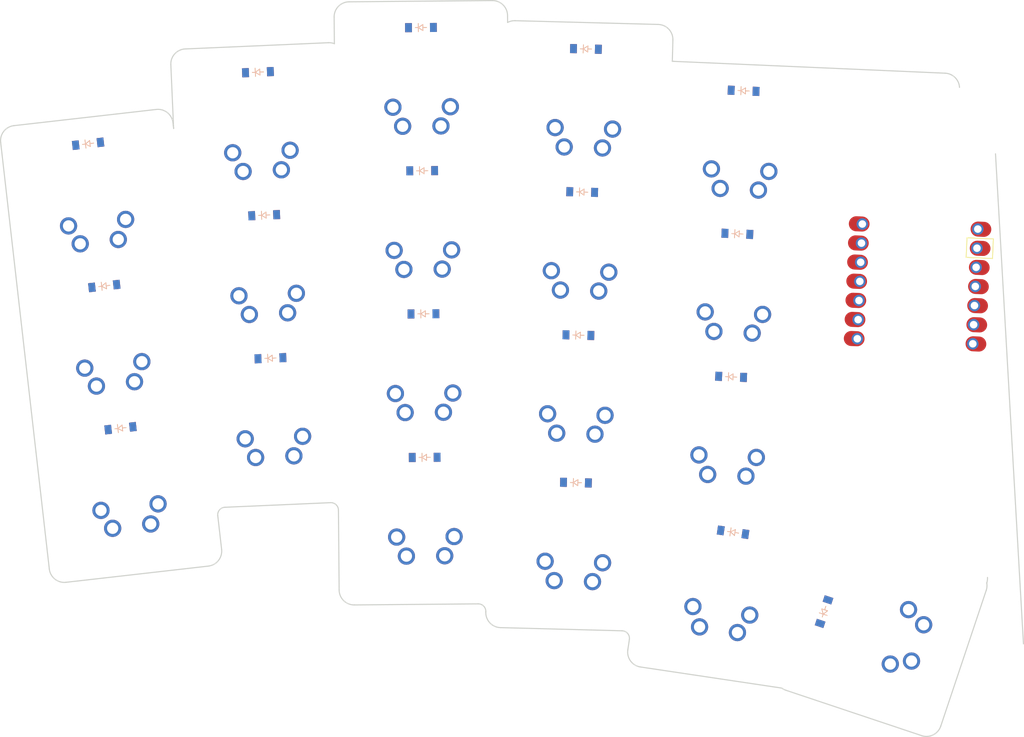
<source format=kicad_pcb>
(kicad_pcb (version 20221018) (generator pcbnew)
  (title_block (title "goose") (rev "v1.0.0") (company "Unknown"))
  (layers (0 "F.Cu" signal) (31 "B.Cu" signal) (34 "B.Paste" user) (35 "F.Paste" user) (36 "B.SilkS" user "B.Silkscreen") (37 "F.SilkS" user "F.Silkscreen") (38 "B.Mask" user) (39 "F.Mask" user) (44 "Edge.Cuts" user))
  (net 0 "")
  (net 1 "pinkie_bottom")
  (net 2 "pinkie_home")
  (net 3 "pinkie_top")
  (net 4 "ring_bottom")
  (net 5 "ring_home")
  (net 6 "ring_top")
  (net 7 "middle_bottom")
  (net 8 "middle_home")
  (net 9 "middle_top")
  (net 10 "index_bottom")
  (net 11 "index_home")
  (net 12 "index_top")
  (net 13 "inner_bottom")
  (net 14 "inner_home")
  (net 15 "inner_top")
  (net 16 "middle_thumbs")
  (net 17 "inner_thumbs")
  (net 18 "outer_thumbs")
  (net 19 "reach_thumbs")
  (net 20 "GND")
  (net 21 "P0")
  (net 22 "P1")
  (net 23 "P2")
  (net 24 "P3")
  (net 25 "P4")
  (net 26 "P5")
  (net 27 "P6")
  (net 28 "P7")
  (net 29 "P8")
  (net 30 "P9")
  (net 31 "P10")
  (net 32 "VCC")
  (net 33 "RAW")
  (footprint "MX" (layer "F.Cu") (at 197.527361 117.990293 -177.5)
    (fp_text reference "S6" hide)
    (fp_text value "" hide)
    (pad "" np_thru_hole circle (at -5.08 0) (size 1.7018 1.7018) (drill 1.7018) (layers "*.Cu" "*.Mask"))
    (pad "" np_thru_hole circle (at 0 0) (size 3.9878 3.9878) (drill 3.9878) (layers "*.Cu" "*.Mask"))
    (pad "" np_thru_hole circle (at 5.08 0) (size 1.7018 1.7018) (drill 1.7018) (layers "*.Cu" "*.Mask"))
    (pad "1" thru_hole circle (at -2.54 -5.08) (size 2.286 2.286) (drill 1.4986) (layers "*.Cu" "*.Mask"))
    (pad "1" thru_hole circle (at 2.54 -5.08) (size 2.286 2.286) (drill 1.4986) (layers "*.Cu" "*.Mask"))
    (pad "2" thru_hole circle (at -3.81 -2.54) (size 2.286 2.286) (drill 1.4986) (layers "*.Cu" "*.Mask") (net 6 "ring_top"))
    (pad "2" thru_hole circle (at 3.81 -2.54) (size 2.286 2.286) (drill 1.4986) (layers "*.Cu" "*.Mask") (net 6 "ring_top"))
  )
  (footprint "MX" (layer "F.Cu") (at 218.865919 112.077038 -179.5)
    (fp_text reference "S9" hide)
    (fp_text value "" hide)
    (pad "" np_thru_hole circle (at -5.08 0) (size 1.7018 1.7018) (drill 1.7018) (layers "*.Cu" "*.Mask"))
    (pad "" np_thru_hole circle (at 0 0) (size 3.9878 3.9878) (drill 3.9878) (layers "*.Cu" "*.Mask"))
    (pad "" np_thru_hole circle (at 5.08 0) (size 1.7018 1.7018) (drill 1.7018) (layers "*.Cu" "*.Mask"))
    (pad "1" thru_hole circle (at -2.54 -5.08) (size 2.286 2.286) (drill 1.4986) (layers "*.Cu" "*.Mask"))
    (pad "1" thru_hole circle (at 2.54 -5.08) (size 2.286 2.286) (drill 1.4986) (layers "*.Cu" "*.Mask"))
    (pad "2" thru_hole circle (at -3.81 -2.54) (size 2.286 2.286) (drill 1.4986) (layers "*.Cu" "*.Mask") (net 9 "middle_top"))
    (pad "2" thru_hole circle (at 3.81 -2.54) (size 2.286 2.286) (drill 1.4986) (layers "*.Cu" "*.Mask") (net 9 "middle_top"))
  )
  (footprint "MX" (layer "F.Cu") (at 198.356129 136.972209 -177.5)
    (fp_text reference "S5" hide)
    (fp_text value "" hide)
    (pad "" np_thru_hole circle (at -5.08 0) (size 1.7018 1.7018) (drill 1.7018) (layers "*.Cu" "*.Mask"))
    (pad "" np_thru_hole circle (at 0 0) (size 3.9878 3.9878) (drill 3.9878) (layers "*.Cu" "*.Mask"))
    (pad "" np_thru_hole circle (at 5.08 0) (size 1.7018 1.7018) (drill 1.7018) (layers "*.Cu" "*.Mask"))
    (pad "1" thru_hole circle (at -2.54 -5.08) (size 2.286 2.286) (drill 1.4986) (layers "*.Cu" "*.Mask"))
    (pad "1" thru_hole circle (at 2.54 -5.08) (size 2.286 2.286) (drill 1.4986) (layers "*.Cu" "*.Mask"))
    (pad "2" thru_hole circle (at -3.81 -2.54) (size 2.286 2.286) (drill 1.4986) (layers "*.Cu" "*.Mask") (net 5 "ring_home"))
    (pad "2" thru_hole circle (at 3.81 -2.54) (size 2.286 2.286) (drill 1.4986) (layers "*.Cu" "*.Mask") (net 5 "ring_home"))
  )
  (footprint "MX" (layer "F.Cu") (at 239.143406 172.469835 178.5)
    (fp_text reference "S17" hide)
    (fp_text value "" hide)
    (pad "" np_thru_hole circle (at -5.08 0) (size 1.7018 1.7018) (drill 1.7018) (layers "*.Cu" "*.Mask"))
    (pad "" np_thru_hole circle (at 0 0) (size 3.9878 3.9878) (drill 3.9878) (layers "*.Cu" "*.Mask"))
    (pad "" np_thru_hole circle (at 5.08 0) (size 1.7018 1.7018) (drill 1.7018) (layers "*.Cu" "*.Mask"))
    (pad "1" thru_hole circle (at -2.54 -5.08) (size 2.286 2.286) (drill 1.4986) (layers "*.Cu" "*.Mask"))
    (pad "1" thru_hole circle (at 2.54 -5.08) (size 2.286 2.286) (drill 1.4986) (layers "*.Cu" "*.Mask"))
    (pad "2" thru_hole circle (at -3.81 -2.54) (size 2.286 2.286) (drill 1.4986) (layers "*.Cu" "*.Mask") (net 17 "inner_thumbs"))
    (pad "2" thru_hole circle (at 3.81 -2.54) (size 2.286 2.286) (drill 1.4986) (layers "*.Cu" "*.Mask") (net 17 "inner_thumbs"))
  )
  (footprint "MX" (layer "F.Cu") (at 219.031723 131.076315 -179.5)
    (fp_text reference "S8" hide)
    (fp_text value "" hide)
    (pad "" np_thru_hole circle (at -5.08 0) (size 1.7018 1.7018) (drill 1.7018) (layers "*.Cu" "*.Mask"))
    (pad "" np_thru_hole circle (at 0 0) (size 3.9878 3.9878) (drill 3.9878) (layers "*.Cu" "*.Mask"))
    (pad "" np_thru_hole circle (at 5.08 0) (size 1.7018 1.7018) (drill 1.7018) (layers "*.Cu" "*.Mask"))
    (pad "1" thru_hole circle (at -2.54 -5.08) (size 2.286 2.286) (drill 1.4986) (layers "*.Cu" "*.Mask"))
    (pad "1" thru_hole circle (at 2.54 -5.08) (size 2.286 2.286) (drill 1.4986) (layers "*.Cu" "*.Mask"))
    (pad "2" thru_hole circle (at -3.81 -2.54) (size 2.286 2.286) (drill 1.4986) (layers "*.Cu" "*.Mask") (net 8 "middle_home"))
    (pad "2" thru_hole circle (at 3.81 -2.54) (size 2.286 2.286) (drill 1.4986) (layers "*.Cu" "*.Mask") (net 8 "middle_home"))
  )
  (footprint "MX" (layer "F.Cu") (at 175.555768 127.445763 -173.5)
    (fp_text reference "S3" hide)
    (fp_text value "" hide)
    (pad "" np_thru_hole circle (at -5.08 0) (size 1.7018 1.7018) (drill 1.7018) (layers "*.Cu" "*.Mask"))
    (pad "" np_thru_hole circle (at 0 0) (size 3.9878 3.9878) (drill 3.9878) (layers "*.Cu" "*.Mask"))
    (pad "" np_thru_hole circle (at 5.08 0) (size 1.7018 1.7018) (drill 1.7018) (layers "*.Cu" "*.Mask"))
    (pad "1" thru_hole circle (at -2.54 -5.08) (size 2.286 2.286) (drill 1.4986) (layers "*.Cu" "*.Mask"))
    (pad "1" thru_hole circle (at 2.54 -5.08) (size 2.286 2.286) (drill 1.4986) (layers "*.Cu" "*.Mask"))
    (pad "2" thru_hole circle (at -3.81 -2.54) (size 2.286 2.286) (drill 1.4986) (layers "*.Cu" "*.Mask") (net 3 "pinkie_top"))
    (pad "2" thru_hole circle (at 3.81 -2.54) (size 2.286 2.286) (drill 1.4986) (layers "*.Cu" "*.Mask") (net 3 "pinkie_top"))
  )
  (footprint "MX" (layer "F.Cu") (at 279.847816 184.135874 -108.5)
    (fp_text reference "S19" hide)
    (fp_text value "" hide)
    (pad "" np_thru_hole circle (at -5.08 0) (size 1.7018 1.7018) (drill 1.7018) (layers "*.Cu" "*.Mask"))
    (pad "" np_thru_hole circle (at 0 0) (size 3.9878 3.9878) (drill 3.9878) (layers "*.Cu" "*.Mask"))
    (pad "" np_thru_hole circle (at 5.08 0) (size 1.7018 1.7018) (drill 1.7018) (layers "*.Cu" "*.Mask"))
    (pad "1" thru_hole circle (at -2.54 -5.08) (size 2.286 2.286) (drill 1.4986) (layers "*.Cu" "*.Mask"))
    (pad "1" thru_hole circle (at 2.54 -5.08) (size 2.286 2.286) (drill 1.4986) (layers "*.Cu" "*.Mask"))
    (pad "2" thru_hole circle (at -3.81 -2.54) (size 2.286 2.286) (drill 1.4986) (layers "*.Cu" "*.Mask") (net 19 "reach_thumbs"))
    (pad "2" thru_hole circle (at 3.81 -2.54) (size 2.286 2.286) (drill 1.4986) (layers "*.Cu" "*.Mask") (net 19 "reach_thumbs"))
  )
  (footprint "MX" (layer "F.Cu") (at 219.363768 169.124866 -179.5)
    (fp_text reference "S16" hide)
    (fp_text value "" hide)
    (pad "" np_thru_hole circle (at -5.08 0) (size 1.7018 1.7018) (drill 1.7018) (layers "*.Cu" "*.Mask"))
    (pad "" np_thru_hole circle (at 0 0) (size 3.9878 3.9878) (drill 3.9878) (layers "*.Cu" "*.Mask"))
    (pad "" np_thru_hole circle (at 5.08 0) (size 1.7018 1.7018) (drill 1.7018) (layers "*.Cu" "*.Mask"))
    (pad "1" thru_hole circle (at -2.54 -5.08) (size 2.286 2.286) (drill 1.4986) (layers "*.Cu" "*.Mask"))
    (pad "1" thru_hole circle (at 2.54 -5.08) (size 2.286 2.286) (drill 1.4986) (layers "*.Cu" "*.Mask"))
    (pad "2" thru_hole circle (at -3.81 -2.54) (size 2.286 2.286) (drill 1.4986) (layers "*.Cu" "*.Mask") (net 16 "middle_thumbs"))
    (pad "2" thru_hole circle (at 3.81 -2.54) (size 2.286 2.286) (drill 1.4986) (layers "*.Cu" "*.Mask") (net 16 "middle_thumbs"))
  )
  (footprint "MX" (layer "F.Cu") (at 261.242648 120.463302 177.5)
    (fp_text reference "S15" hide)
    (fp_text value "" hide)
    (pad "" np_thru_hole circle (at -5.08 0) (size 1.7018 1.7018) (drill 1.7018) (layers "*.Cu" "*.Mask"))
    (pad "" np_thru_hole circle (at 0 0) (size 3.9878 3.9878) (drill 3.9878) (layers "*.Cu" "*.Mask"))
    (pad "" np_thru_hole circle (at 5.08 0) (size 1.7018 1.7018) (drill 1.7018) (layers "*.Cu" "*.Mask"))
    (pad "1" thru_hole circle (at -2.54 -5.08) (size 2.286 2.286) (drill 1.4986) (layers "*.Cu" "*.Mask"))
    (pad "1" thru_hole circle (at 2.54 -5.08) (size 2.286 2.286) (drill 1.4986) (layers "*.Cu" "*.Mask"))
    (pad "2" thru_hole circle (at -3.81 -2.54) (size 2.286 2.286) (drill 1.4986) (layers "*.Cu" "*.Mask") (net 15 "inner_top"))
    (pad "2" thru_hole circle (at 3.81 -2.54) (size 2.286 2.286) (drill 1.4986) (layers "*.Cu" "*.Mask") (net 15 "inner_top"))
  )
  (footprint "MX" (layer "F.Cu") (at 177.706629 146.323628 -173.5)
    (fp_text reference "S2" hide)
    (fp_text value "" hide)
    (pad "" np_thru_hole circle (at -5.08 0) (size 1.7018 1.7018) (drill 1.7018) (layers "*.Cu" "*.Mask"))
    (pad "" np_thru_hole circle (at 0 0) (size 3.9878 3.9878) (drill 3.9878) (layers "*.Cu" "*.Mask"))
    (pad "" np_thru_hole circle (at 5.08 0) (size 1.7018 1.7018) (drill 1.7018) (layers "*.Cu" "*.Mask"))
    (pad "1" thru_hole circle (at -2.54 -5.08) (size 2.286 2.286) (drill 1.4986) (layers "*.Cu" "*.Mask"))
    (pad "1" thru_hole circle (at 2.54 -5.08) (size 2.286 2.286) (drill 1.4986) (layers "*.Cu" "*.Mask"))
    (pad "2" thru_hole circle (at -3.81 -2.54) (size 2.286 2.286) (drill 1.4986) (layers "*.Cu" "*.Mask") (net 2 "pinkie_home"))
    (pad "2" thru_hole circle (at 3.81 -2.54) (size 2.286 2.286) (drill 1.4986) (layers "*.Cu" "*.Mask") (net 2 "pinkie_home"))
  )
  (footprint "MX" (layer "F.Cu") (at 259.012448 178.973521 171.5)
    (fp_text reference "S18" hide)
    (fp_text value "" hide)
    (pad "" np_thru_hole circle (at -5.08 0) (size 1.7018 1.7018) (drill 1.7018) (layers "*.Cu" "*.Mask"))
    (pad "" np_thru_hole circle (at 0 0) (size 3.9878 3.9878) (drill 3.9878) (layers "*.Cu" "*.Mask"))
    (pad "" np_thru_hole circle (at 5.08 0) (size 1.7018 1.7018) (drill 1.7018) (layers "*.Cu" "*.Mask"))
    (pad "1" thru_hole circle (at -2.54 -5.08) (size 2.286 2.286) (drill 1.4986) (layers "*.Cu" "*.Mask"))
    (pad "1" thru_hole circle (at 2.54 -5.08) (size 2.286 2.286) (drill 1.4986) (layers "*.Cu" "*.Mask"))
    (pad "2" thru_hole circle (at -3.81 -2.54) (size 2.286 2.286) (drill 1.4986) (layers "*.Cu" "*.Mask") (net 18 "outer_thumbs"))
    (pad "2" thru_hole circle (at 3.81 -2.54) (size 2.286 2.286) (drill 1.4986) (layers "*.Cu" "*.Mask") (net 18 "outer_thumbs"))
  )
  (footprint "MX" (layer "F.Cu") (at 259.585111 158.427135 177.5)
    (fp_text reference "S13" hide)
    (fp_text value "" hide)
    (pad "" np_thru_hole circle (at -5.08 0) (size 1.7018 1.7018) (drill 1.7018) (layers "*.Cu" "*.Mask"))
    (pad "" np_thru_hole circle (at 0 0) (size 3.9878 3.9878) (drill 3.9878) (layers "*.Cu" "*.Mask"))
    (pad "" np_thru_hole circle (at 5.08 0) (size 1.7018 1.7018) (drill 1.7018) (layers "*.Cu" "*.Mask"))
    (pad "1" thru_hole circle (at -2.54 -5.08) (size 2.286 2.286) (drill 1.4986) (layers "*.Cu" "*.Mask"))
    (pad "1" thru_hole circle (at 2.54 -5.08) (size 2.286 2.286) (drill 1.4986) (layers "*.Cu" "*.Mask"))
    (pad "2" thru_hole circle (at -3.81 -2.54) (size 2.286 2.286) (drill 1.4986) (layers "*.Cu" "*.Mask") (net 13 "inner_bottom"))
    (pad "2" thru_hole circle (at 3.81 -2.54) (size 2.286 2.286) (drill 1.4986) (layers "*.Cu" "*.Mask") (net 13 "inner_bottom"))
  )
  (footprint "MX" (layer "F.Cu") (at 260.41388 139.445218 177.5)
    (fp_text reference "S14" hide)
    (fp_text value "" hide)
    (pad "" np_thru_hole circle (at -5.08 0) (size 1.7018 1.7018) (drill 1.7018) (layers "*.Cu" "*.Mask"))
    (pad "" np_thru_hole circle (at 0 0) (size 3.9878 3.9878) (drill 3.9878) (layers "*.Cu" "*.Mask"))
    (pad "" np_thru_hole circle (at 5.08 0) (size 1.7018 1.7018) (drill 1.7018) (layers "*.Cu" "*.Mask"))
    (pad "1" thru_hole circle (at -2.54 -5.08) (size 2.286 2.286) (drill 1.4986) (layers "*.Cu" "*.Mask"))
    (pad "1" thru_hole circle (at 2.54 -5.08) (size 2.286 2.286) (drill 1.4986) (layers "*.Cu" "*.Mask"))
    (pad "2" thru_hole circle (at -3.81 -2.54) (size 2.286 2.286) (drill 1.4986) (layers "*.Cu" "*.Mask") (net 14 "inner_home"))
    (pad "2" thru_hole circle (at 3.81 -2.54) (size 2.286 2.286) (drill 1.4986) (layers "*.Cu" "*.Mask") (net 14 "inner_home"))
  )
  (footprint "MX" (layer "F.Cu") (at 219.197527 150.075591 -179.5)
    (fp_text reference "S7" hide)
    (fp_text value "" hide)
    (pad "" np_thru_hole circle (at -5.08 0) (size 1.7018 1.7018) (drill 1.7018) (layers "*.Cu" "*.Mask"))
    (pad "" np_thru_hole circle (at 0 0) (size 3.9878 3.9878) (drill 3.9878) (layers "*.Cu" "*.Mask"))
    (pad "" np_thru_hole circle (at 5.08 0) (size 1.7018 1.7018) (drill 1.7018) (layers "*.Cu" "*.Mask"))
    (pad "1" thru_hole circle (at -2.54 -5.08) (size 2.286 2.286) (drill 1.4986) (layers "*.Cu" "*.Mask"))
    (pad "1" thru_hole circle (at 2.54 -5.08) (size 2.286 2.286) (drill 1.4986) (layers "*.Cu" "*.Mask"))
    (pad "2" thru_hole circle (at -3.81 -2.54) (size 2.286 2.286) (drill 1.4986) (layers "*.Cu" "*.Mask") (net 7 "middle_bottom"))
    (pad "2" thru_hole circle (at 3.81 -2.54) (size 2.286 2.286) (drill 1.4986) (layers "*.Cu" "*.Mask") (net 7 "middle_bottom"))
  )
  (footprint "MX" (layer "F.Cu") (at 199.184897 155.954125 -177.5)
    (fp_text reference "S4" hide)
    (fp_text value "" hide)
    (pad "" np_thru_hole circle (at -5.08 0) (size 1.7018 1.7018) (drill 1.7018) (layers "*.Cu" "*.Mask"))
    (pad "" np_thru_hole circle (at 0 0) (size 3.9878 3.9878) (drill 3.9878) (layers "*.Cu" "*.Mask"))
    (pad "" np_thru_hole circle (at 5.08 0) (size 1.7018 1.7018) (drill 1.7018) (layers "*.Cu" "*.Mask"))
    (pad "1" thru_hole circle (at -2.54 -5.08) (size 2.286 2.286) (drill 1.4986) (layers "*.Cu" "*.Mask"))
    (pad "1" thru_hole circle (at 2.54 -5.08) (size 2.286 2.286) (drill 1.4986) (layers "*.Cu" "*.Mask"))
    (pad "2" thru_hole circle (at -3.81 -2.54) (size 2.286 2.286) (drill 1.4986) (layers "*.Cu" "*.Mask") (net 4 "ring_bottom"))
    (pad "2" thru_hole circle (at 3.81 -2.54) (size 2.286 2.286) (drill 1.4986) (layers "*.Cu" "*.Mask") (net 4 "ring_bottom"))
  )
  (footprint "MX" (layer "F.Cu") (at 239.970298 133.905276 178.5)
    (fp_text reference "S11" hide)
    (fp_text value "" hide)
    (pad "" np_thru_hole circle (at -5.08 0) (size 1.7018 1.7018) (drill 1.7018) (layers "*.Cu" "*.Mask"))
    (pad "" np_thru_hole circle (at 0 0) (size 3.9878 3.9878) (drill 3.9878) (layers "*.Cu" "*.Mask"))
    (pad "" np_thru_hole circle (at 5.08 0) (size 1.7018 1.7018) (drill 1.7018) (layers "*.Cu" "*.Mask"))
    (pad "1" thru_hole circle (at -2.54 -5.08) (size 2.286 2.286) (drill 1.4986) (layers "*.Cu" "*.Mask"))
    (pad "1" thru_hole circle (at 2.54 -5.08) (size 2.286 2.286) (drill 1.4986) (layers "*.Cu" "*.Mask"))
    (pad "2" thru_hole circle (at -3.81 -2.54) (size 2.286 2.286) (drill 1.4986) (layers "*.Cu" "*.Mask") (net 11 "index_home"))
    (pad "2" thru_hole circle (at 3.81 -2.54) (size 2.286 2.286) (drill 1.4986) (layers "*.Cu" "*.Mask") (net 11 "index_home"))
  )
  (footprint "MX" (layer "F.Cu") (at 179.85749 165.201493 -173.5)
    (fp_text reference "S1" hide)
    (fp_text value "" hide)
    (pad "" np_thru_hole circle (at -5.08 0) (size 1.7018 1.7018) (drill 1.7018) (layers "*.Cu" "*.Mask"))
    (pad "" np_thru_hole circle (at 0 0) (size 3.9878 3.9878) (drill 3.9878) (layers "*.Cu" "*.Mask"))
    (pad "" np_thru_hole circle (at 5.08 0) (size 1.7018 1.7018) (drill 1.7018) (layers "*.Cu" "*.Mask"))
    (pad "1" thru_hole circle (at -2.54 -5.08) (size 2.286 2.286) (drill 1.4986) (layers "*.Cu" "*.Mask"))
    (pad "1" thru_hole circle (at 2.54 -5.08) (size 2.286 2.286) (drill 1.4986) (layers "*.Cu" "*.Mask"))
    (pad "2" thru_hole circle (at -3.81 -2.54) (size 2.286 2.286) (drill 1.4986) (layers "*.Cu" "*.Mask") (net 1 "pinkie_bottom"))
    (pad "2" thru_hole circle (at 3.81 -2.54) (size 2.286 2.286) (drill 1.4986) (layers "*.Cu" "*.Mask") (net 1 "pinkie_bottom"))
  )
  (footprint "Seeeduino XIAO-MOUDLE14P-2.54-21X17.8MM tht maybe" (layer "F.Cu") (at 284.64695 138.098572 -2.5)
    (fp_text reference "MCU1" hide)
    (fp_text value "" (at 0 0 -2.5) (layer "F.SilkS") (effects (font (size 1.27 1.27))))
    (pad "3V3" thru_hole circle (at 7.682 -2.53882 357.5) (size 1.524 1.524) (drill 1) (layers "*.Cu" "*.Mask") (net 32 "VCC"))
    (pad "3V3" smd oval (at 8.09868 -2.53882 357.5) (size 2.74828 1.99898) (layers "F.Cu" "F.Paste" "F.Mask") (net 32 "VCC"))
    (pad "GND" thru_hole circle (at 7.682 -5.07882 357.5) (size 1.524 1.524) (drill 1) (layers "*.Cu" "*.Mask") (net 20 "GND"))
    (pad "GND" smd oval (at 8.09868 -5.07882 357.5) (size 2.74828 1.99898) (layers "F.Cu" "F.Paste" "F.Mask") (net 20 "GND"))
    (pad "P0" smd oval (at -8.06588 -7.61882 357.5) (size 2.74828 1.99898) (layers "F.Cu" "F.Paste" "F.Mask") (net 21 "P0"))
    (pad "P0" thru_hole circle (at -7.649 -7.61882 357.5) (size 1.524 1.524) (drill 1) (layers "*.Cu" "*.Mask") (net 21 "P0"))
    (pad "P1" smd oval (at -8.06588 -5.07882 357.5) (size 2.74828 1.99898) (layers "F.Cu" "F.Paste" "F.Mask") (net 22 "P1"))
    (pad "P1" thru_hole circle (at -7.649 -5.07882 357.5) (size 1.524 1.524) (drill 1) (layers "*.Cu" "*.Mask") (net 22 "P1"))
    (pad "P2" smd oval (at -8.06588 -2.53882 357.5) (size 2.74828 1.99898) (layers "F.Cu" "F.Paste" "F.Mask") (net 23 "P2"))
    (pad "P2" thru_hole circle (at -7.649 -2.53882 357.5) (size 1.524 1.524) (drill 1) (layers "*.Cu" "*.Mask") (net 23 "P2"))
    (pad "P3" smd oval (at -8.06588 0.00118 357.5) (size 2.74828 1.99898) (layers "F.Cu" "F.Paste" "F.Mask") (net 24 "P3"))
    (pad "P3" thru_hole circle (at -7.649 0.00118 357.5) (size 1.524 1.524) (drill 1) (layers "*.Cu" "*.Mask") (net 24 "P3"))
    (pad "P4" smd oval (at -8.06588 2.54118 357.5) (size 2.74828 1.99898) (layers "F.Cu" "F.Paste" "F.Mask") (net 25 "P4"))
    (pad "P4" thru_hole circle (at -7.649 2.54118 357.5) (size 1.524 1.524) (drill 1) (layers "*.Cu" "*.Mask") (net 25 "P4"))
    (pad "P5" smd oval (at -8.06588 5.08118 357.5) (size 2.74828 1.99898) (layers "F.Cu" "F.Paste" "F.Mask") (net 26 "P5"))
    (pad "P5" thru_hole circle (at -7.649 5.08118 357.5) (size 1.524 1.524) (drill 1) (layers "*.Cu" "*.Mask") (net 26 "P5"))
    (pad "P6" smd oval (at -8.06588 7.62118 357.5) (size 2.74828 1.99898) (layers "F.Cu" "F.Paste" "F.Mask") (net 27 "P6"))
    (pad "P6" thru_hole circle (at -7.649 7.62118 357.5) (size 1.524 1.524) (drill 1) (layers "*.Cu" "*.Mask") (net 27 "P6"))
    (pad "P7" thru_hole circle (at 7.682 7.62118 357.5) (size 1.524 1.524) (drill 1) (layers "*.Cu" "*.Mask") (net 28 "P7"))
    (pad "P7" smd oval (at 8.09868 7.62118 357.5) (size 2.74828 1.99898) (layers "F.Cu" "F.Paste" "F.Mask") (net 28 "P7"))
    (pad "P8" thru_hole circle (at 7.682 5.08118 357.5) (size 1.524 1.524) (drill 1) (layers "*.Cu" "*.Mask") (net 29 "P8"))
    (pad "P8" smd oval (at 8.09868 5.08118 357.5) (size 2.74828 1.99898) (layers "F.Cu" "F.Paste" "F.Mask") (net 29 "P8"))
    (pad "P9" thru_hole circle (at 7.682 2.54118 357.5) (size 1.524 1.524) (drill 1) (layers "*.Cu" "*.Mask") (net 30 "P9"))
    (pad "P9" smd oval (at 8.09868 2.54118 357.5) (size 2.74828 1.99898) (layers "F.Cu" "F.Paste" "F.Mask") (net 30 "P9"))
    (pad "P10" thru_hole circle (at 7.682 0.00118 357.5) (size 1.524 1.524) (drill 1) (layers "*.Cu" "*.Mask") (net 31 "P10"))
    (pad "P10" smd oval (at 8.09868 0.00118 357.5) (size 2.74828 1.99898) (layers "F.Cu" "F.Paste" "F.Mask") (net 31 "P10"))
    (pad "RAW" thru_hole circle (at 7.682 -7.61882 357.5) (size 1.524 1.524) (drill 1) (layers "*.Cu" "*.Mask") (net 33 "RAW"))
    (pad "RAW" smd oval (at 8.09868 -7.61882 357.5) (size 2.74828 1.99898) (layers "F.Cu" "F.Paste" "F.Mask") (net 33 "RAW"))
  )
  (footprint "MX" (layer "F.Cu") (at 240.46766 114.911787 178.5)
    (fp_text reference "S12" hide)
    (fp_text value "" hide)
    (pad "" np_thru_hole circle (at -5.08 0) (size 1.7018 1.7018) (drill 1.7018) (layers "*.Cu" "*.Mask"))
    (pad "" np_thru_hole circle (at 0 0) (size 3.9878 3.9878) (drill 3.9878) (layers "*.Cu" "*.Mask"))
    (pad "" np_thru_hole circle (at 5.08 0) (size 1.7018 1.7018) (drill 1.7018) (layers "*.Cu" "*.Mask"))
    (pad "1" thru_hole circle (at -2.54 -5.08) (size 2.286 2.286) (drill 1.4986) (layers "*.Cu" "*.Mask"))
    (pad "1" thru_hole circle (at 2.54 -5.08) (size 2.286 2.286) (drill 1.4986) (layers "*.Cu" "*.Mask"))
    (pad "2" thru_hole circle (at -3.81 -2.54) (size 2.286 2.286) (drill 1.4986) (layers "*.Cu" "*.Mask") (net 12 "index_top"))
    (pad "2" thru_hole circle (at 3.81 -2.54) (size 2.286 2.286) (drill 1.4986) (layers "*.Cu" "*.Mask") (net 12 "index_top"))
  )
  (footprint "MX" (layer "F.Cu") (at 239.472936 152.898765 178.5)
    (fp_text reference "S10" hide)
    (fp_text value "" hide)
    (pad "" np_thru_hole circle (at -5.08 0) (size 1.7018 1.7018) (drill 1.7018) (layers "*.Cu" "*.Mask"))
    (pad "" np_thru_hole circle (at 0 0) (size 3.9878 3.9878) (drill 3.9878) (layers "*.Cu" "*.Mask"))
    (pad "" np_thru_hole circle (at 5.08 0) (size 1.7018 1.7018) (drill 1.7018) (layers "*.Cu" "*.Mask"))
    (pad "1" thru_hole circle (at -2.54 -5.08) (size 2.286 2.286) (drill 1.4986) (layers "*.Cu" "*.Mask"))
    (pad "1" thru_hole circle (at 2.54 -5.08) (size 2.286 2.286) (drill 1.4986) (layers "*.Cu" "*.Mask"))
    (pad "2" thru_hole circle (at -3.81 -2.54) (size 2.286 2.286) (drill 1.4986) (layers "*.Cu" "*.Mask") (net 10 "index_bottom"))
    (pad "2" thru_hole circle (at 3.81 -2.54) (size 2.286 2.286) (drill 1.4986) (layers "*.Cu" "*.Mask") (net 10 "index_bottom"))
  )
  (footprint "ComboDiode" (layer "B.Cu") (at 240.677075 106.914528 -1.5)
    (fp_text reference "D12" hide)
    (fp_text value "" hide)
    (pad "1" smd rect (at -1.65 0 358.5) (size 0.9 1.2) (layers "F.Cu" "F.Paste" "F.Mask"))
    (pad "1" smd rect (at -1.65 0 358.5) (size 0.9 1.2) (layers "B.Cu" "B.Paste" "B.Mask"))
    (pad "2" smd rect (at 1.65 0 358.5) (size 0.9 1.2) (layers "F.Cu" "F.Paste" "F.Mask") (net 12 "index_top"))
    (pad "2" smd rect (at 1.65 0 358.5) (size 0.9 1.2) (layers "B.Cu" "B.Paste" "B.Mask") (net 12 "index_top"))
  )
  (footprint "ComboDiode" (layer "B.Cu") (at 178.951864 157.252918 6.5)
    (fp_text reference "D1" hide)
    (fp_text value "" hide)
    (pad "1" smd rect (at -1.65 0 6.5) (size 0.9 1.2) (layers "F.Cu" "F.Paste" "F.Mask"))
    (pad "1" smd rect (at -1.65 0 6.5) (size 0.9 1.2) (layers "B.Cu" "B.Paste" "B.Mask"))
    (pad "2" smd rect (at 1.65 0 6.5) (size 0.9 1.2) (layers "F.Cu" "F.Paste" "F.Mask") (net 1 "pinkie_bottom"))
    (pad "2" smd rect (at 1.65 0 6.5) (size 0.9 1.2) (layers "B.Cu" "B.Paste" "B.Mask") (net 1 "pinkie_bottom"))
  )
  (footprint "ComboDiode" (layer "B.Cu") (at 197.178406 109.997907 2.5)
    (fp_text reference "D6" hide)
    (fp_text value "" hide)
    (pad "1" smd rect (at -1.65 0 2.5) (size 0.9 1.2) (layers "F.Cu" "F.Paste" "F.Mask"))
    (pad "1" smd rect (at -1.65 0 2.5) (size 0.9 1.2) (layers "B.Cu" "B.Paste" "B.Mask"))
    (pad "2" smd rect (at 1.65 0 2.5) (size 0.9 1.2) (layers "F.Cu" "F.Paste" "F.Mask") (net 6 "ring_top"))
    (pad "2" smd rect (at 1.65 0 2.5) (size 0.9 1.2) (layers "B.Cu" "B.Paste" "B.Mask") (net 6 "ring_top"))
  )
  (footprint "ComboDiode" (layer "B.Cu") (at 218.961911 123.076619 0.5)
    (fp_text reference "D8" hide)
    (fp_text value "" hide)
    (pad "1" smd rect (at -1.65 0 0.5) (size 0.9 1.2) (layers "F.Cu" "F.Paste" "F.Mask"))
    (pad "1" smd rect (at -1.65 0 0.5) (size 0.9 1.2) (layers "B.Cu" "B.Paste" "B.Mask"))
    (pad "2" smd rect (at 1.65 0 0.5) (size 0.9 1.2) (layers "F.Cu" "F.Paste" "F.Mask") (net 8 "middle_home"))
    (pad "2" smd rect (at 1.65 0 0.5) (size 0.9 1.2) (layers "B.Cu" "B.Paste" "B.Mask") (net 8 "middle_home"))
  )
  (footprint "ComboDiode" (layer "B.Cu") (at 260.762835 131.452833 -2.5)
    (fp_text reference "D14" hide)
    (fp_text value "" hide)
    (pad "1" smd rect (at -1.65 0 357.5) (size 0.9 1.2) (layers "F.Cu" "F.Paste" "F.Mask"))
    (pad "1" smd rect (at -1.65 0 357.5) (size 0.9 1.2) (layers "B.Cu" "B.Paste" "B.Mask"))
    (pad "2" smd rect (at 1.65 0 357.5) (size 0.9 1.2) (layers "F.Cu" "F.Paste" "F.Mask") (net 14 "inner_home"))
    (pad "2" smd rect (at 1.65 0 357.5) (size 0.9 1.2) (layers "B.Cu" "B.Paste" "B.Mask") (net 14 "inner_home"))
  )
  (footprint "ComboDiode" (layer "B.Cu") (at 198.835942 147.961739 2.5)
    (fp_text reference "D4" hide)
    (fp_text value "" hide)
    (pad "1" smd rect (at -1.65 0 2.5) (size 0.9 1.2) (layers "F.Cu" "F.Paste" "F.Mask"))
    (pad "1" smd rect (at -1.65 0 2.5) (size 0.9 1.2) (layers "B.Cu" "B.Paste" "B.Mask"))
    (pad "2" smd rect (at 1.65 0 2.5) (size 0.9 1.2) (layers "F.Cu" "F.Paste" "F.Mask") (net 4 "ring_bottom"))
    (pad "2" smd rect (at 1.65 0 2.5) (size 0.9 1.2) (layers "B.Cu" "B.Paste" "B.Mask") (net 4 "ring_bottom"))
  )
  (footprint "ComboDiode" (layer "B.Cu") (at 218.796106 104.077343 0.5)
    (fp_text reference "D9" hide)
    (fp_text value "" hide)
    (pad "1" smd rect (at -1.65 0 0.5) (size 0.9 1.2) (layers "F.Cu" "F.Paste" "F.Mask"))
    (pad "1" smd rect (at -1.65 0 0.5) (size 0.9 1.2) (layers "B.Cu" "B.Paste" "B.Mask"))
    (pad "2" smd rect (at 1.65 0 0.5) (size 0.9 1.2) (layers "F.Cu" "F.Paste" "F.Mask") (net 9 "middle_top"))
    (pad "2" smd rect (at 1.65 0 0.5) (size 0.9 1.2) (layers "B.Cu" "B.Paste" "B.Mask") (net 9 "middle_top"))
  )
  (footprint "ComboDiode" (layer "B.Cu") (at 239.682351 144.901506 -1.5)
    (fp_text reference "D10" hide)
    (fp_text value "" hide)
    (pad "1" smd rect (at -1.65 0 358.5) (size 0.9 1.2) (layers "F.Cu" "F.Paste" "F.Mask"))
    (pad "1" smd rect (at -1.65 0 358.5) (size 0.9 1.2) (layers "B.Cu" "B.Paste" "B.Mask"))
    (pad "2" smd rect (at 1.65 0 358.5) (size 0.9 1.2) (layers "F.Cu" "F.Paste" "F.Mask") (net 10 "index_bottom"))
    (pad "2" smd rect (at 1.65 0 358.5) (size 0.9 1.2) (layers "B.Cu" "B.Paste" "B.Mask") (net 10 "index_bottom"))
  )
  (footprint "ComboDiode" (layer "B.Cu") (at 198.007174 128.979823 2.5)
    (fp_text reference "D5" hide)
    (fp_text value "" hide)
    (pad "1" smd rect (at -1.65 0 2.5) (size 0.9 1.2) (layers "F.Cu" "F.Paste" "F.Mask"))
    (pad "1" smd rect (at -1.65 0 2.5) (size 0.9 1.2) (layers "B.Cu" "B.Paste" "B.Mask"))
    (pad "2" smd rect (at 1.65 0 2.5) (size 0.9 1.2) (layers "F.Cu" "F.Paste" "F.Mask") (net 5 "ring_home"))
    (pad "2" smd rect (at 1.65 0 2.5) (size 0.9 1.2) (layers "B.Cu" "B.Paste" "B.Mask") (net 5 "ring_home"))
  )
  (footprint "ComboDiode" (layer "B.Cu") (at 272.261227 181.597437 71.5)
    (fp_text reference "D19" hide)
    (fp_text value "" hide)
    (pad "1" smd rect (at -1.65 0 71.5) (size 0.9 1.2) (layers "F.Cu" "F.Paste" "F.Mask"))
    (pad "1" smd rect (at -1.65 0 71.5) (size 0.9 1.2) (layers "B.Cu" "B.Paste" "B.Mask"))
    (pad "2" smd rect (at 1.65 0 71.5) (size 0.9 1.2) (layers "F.Cu" "F.Paste" "F.Mask") (net 19 "reach_thumbs"))
    (pad "2" smd rect (at 1.65 0 71.5) (size 0.9 1.2) (layers "B.Cu" "B.Paste" "B.Mask") (net 19 "reach_thumbs"))
  )
  (footprint "ComboDiode" (layer "B.Cu") (at 176.801003 138.375053 6.5)
    (fp_text reference "D2" hide)
    (fp_text value "" hide)
    (pad "1" smd rect (at -1.65 0 6.5) (size 0.9 1.2) (layers "F.Cu" "F.Paste" "F.Mask"))
    (pad "1" smd rect (at -1.65 0 6.5) (size 0.9 1.2) (layers "B.Cu" "B.Paste" "B.Mask"))
    (pad "2" smd rect (at 1.65 0 6.5) (size 0.9 1.2) (layers "F.Cu" "F.Paste" "F.Mask") (net 2 "pinkie_home"))
    (pad "2" smd rect (at 1.65 0 6.5) (size 0.9 1.2) (layers "B.Cu" "B.Paste" "B.Mask") (net 2 "pinkie_home"))
  )
  (footprint "ComboDiode" (layer "B.Cu") (at 260.194923 171.061394 -8.5)
    (fp_text reference "D18" hide)
    (fp_text value "" hide)
    (pad "1" smd rect (at -1.65 0 351.5) (size 0.9 1.2) (layers "F.Cu" "F.Paste" "F.Mask"))
    (pad "1" smd rect (at -1.65 0 351.5) (size 0.9 1.2) (layers "B.Cu" "B.Paste" "B.Mask"))
    (pad "2" smd rect (at 1.65 0 351.5) (size 0.9 1.2) (layers "F.Cu" "F.Paste" "F.Mask") (net 18 "outer_thumbs"))
    (pad "2" smd rect (at 1.65 0 351.5) (size 0.9 1.2) (layers "B.Cu" "B.Paste" "B.Mask") (net 18 "outer_thumbs"))
  )
  (footprint "ComboDiode" (layer "B.Cu") (at 219.127715 142.075896 0.5)
    (fp_text reference "D7" hide)
    (fp_text value "" hide)
    (pad "1" smd rect (at -1.65 0 0.5) (size 0.9 1.2) (layers "F.Cu" "F.Paste" "F.Mask"))
    (pad "1" smd rect (at -1.65 0 0.5) (size 0.9 1.2) (layers "B.Cu" "B.Paste" "B.Mask"))
    (pad "2" smd rect (at 1.65 0 0.5) (size 0.9 1.2) (layers "F.Cu" "F.Paste" "F.Mask") (net 7 "middle_bottom"))
    (pad "2" smd rect (at 1.65 0 0.5) (size 0.9 1.2) (layers "B.Cu" "B.Paste" "B.Mask") (net 7 "middle_bottom"))
  )
  (footprint "ComboDiode" (layer "B.Cu") (at 240.179713 125.908017 -1.5)
    (fp_text reference "D11" hide)
    (fp_text value "" hide)
    (pad "1" smd rect (at -1.65 0 358.5) (size 0.9 1.2) (layers "F.Cu" "F.Paste" "F.Mask"))
    (pad "1" smd rect (at -1.65 0 358.5) (size 0.9 1.2) (layers "B.Cu" "B.Paste" "B.Mask"))
    (pad "2" smd rect (at 1.65 0 358.5) (size 0.9 1.2) (layers "F.Cu" "F.Paste" "F.Mask") (net 11 "index_home"))
    (pad "2" smd rect (at 1.65 0 358.5) (size 0.9 1.2) (layers "B.Cu" "B.Paste" "B.Mask") (net 11 "index_home"))
  )
  (footprint "ComboDiode" (layer "B.Cu") (at 261.591603 112.470916 -2.5)
    (fp_text reference "D15" hide)
    (fp_text value "" hide)
    (pad "1" smd rect (at -1.65 0 357.5) (size 0.9 1.2) (layers "F.Cu" "F.Paste" "F.Mask"))
    (pad "1" smd rect (at -1.65 0 357.5) (size 0.9 1.2) (layers "B.Cu" "B.Paste" "B.Mask"))
    (pad "2" smd rect (at 1.65 0 357.5) (size 0.9 1.2) (layers "F.Cu" "F.Paste" "F.Mask") (net 15 "inner_top"))
    (pad "2" smd rect (at 1.65 0 357.5) (size 0.9 1.2) (layers "B.Cu" "B.Paste" "B.Mask") (net 15 "inner_top"))
  )
  (footprint "ComboDiode" (layer "B.Cu") (at 219.293955 161.125171 0.5)
    (fp_text reference "D16" hide)
    (fp_text value "" hide)
    (pad "1" smd rect (at -1.65 0 0.5) (size 0.9 1.2) (layers "F.Cu" "F.Paste" "F.Mask"))
    (pad "1" smd rect (at -1.65 0 0.5) (size 0.9 1.2) (layers "B.Cu" "B.Paste" "B.Mask"))
    (pad "2" smd rect (at 1.65 0 0.5) (size 0.9 1.2) (layers "F.Cu" "F.Paste" "F.Mask") (net 16 "middle_thumbs"))
    (pad "2" smd rect (at 1.65 0 0.5) (size 0.9 1.2) (layers "B.Cu" "B.Paste" "B.Mask") (net 16 "middle_thumbs"))
  )
  (footprint "ComboDiode" (layer "B.Cu") (at 259.934067 150.434749 -2.5)
    (fp_text reference "D13" hide)
    (fp_text value "" hide)
    (pad "1" smd rect (at -1.65 0 357.5) (size 0.9 1.2) (layers "F.Cu" "F.Paste" "F.Mask"))
    (pad "1" smd rect (at -1.65 0 357.5) (size 0.9 1.2) (layers "B.Cu" "B.Paste" "B.Mask"))
    (pad "2" smd rect (at 1.65 0 357.5) (size 0.9 1.2) (layers "F.Cu" "F.Paste" "F.Mask") (net 13 "inner_bottom"))
    (pad "2" smd rect (at 1.65 0 357.5) (size 0.9 1.2) (layers "B.Cu" "B.Paste" "B.Mask") (net 13 "inner_bottom"))
  )
  (footprint "ComboDiode" (layer "B.Cu") (at 239.352822 164.472577 -1.5)
    (fp_text reference "D17" hide)
    (fp_text value "" hide)
    (pad "1" smd rect (at -1.65 0 358.5) (size 0.9 1.2) (layers "F.Cu" "F.Paste" "F.Mask"))
    (pad "1" smd rect (at -1.65 0 358.5) (size 0.9 1.2) (layers "B.Cu" "B.Paste" "B.Mask"))
    (pad "2" smd rect (at 1.65 0 358.5) (size 0.9 1.2) (layers "F.Cu" "F.Paste" "F.Mask") (net 17 "inner_thumbs"))
    (pad "2" smd rect (at 1.65 0 358.5) (size 0.9 1.2) (layers "B.Cu" "B.Paste" "B.Mask") (net 17 "inner_thumbs"))
  )
  (footprint "ComboDiode" (layer "B.Cu") (at 174.650142 119.497188 6.5)
    (fp_text reference "D3" hide)
    (fp_text value "" hide)
    (pad "1" smd rect (at -1.65 0 6.5) (size 0.9 1.2) (layers "F.Cu" "F.Paste" "F.Mask"))
    (pad "1" smd rect (at -1.65 0 6.5) (size 0.9 1.2) (layers "B.Cu" "B.Paste" "B.Mask"))
    (pad "2" smd rect (at 1.65 0 6.5) (size 0.9 1.2) (layers "F.Cu" "F.Paste" "F.Mask") (net 3 "pinkie_top"))
    (pad "2" smd rect (at 1.65 0 6.5) (size 0.9 1.2) (layers "B.Cu" "B.Paste" "B.Mask") (net 3 "pinkie_top"))
  )
  (gr_line (start 228.265202 100.494574) (end 209.265925 100.660378) (stroke (width 0.15)) (layer "Edge.Cuts"))
  (gr_arc (start 209.964485 180.707329) (mid 208.545214 180.133907) (end 207.947108 178.72486) (stroke (width 0.15)) (layer "Edge.Cuts"))
  (gr_arc (start 287.739143 196.793952) (mid 286.734892 197.949211) (end 285.207887 198.05599) (stroke (width 0.15)) (layer "Edge.Cuts"))
  (gr_arc (start 245.478314 184.139662) (mid 246.218182 184.496532) (end 246.441153 185.28713) (stroke (width 0.15)) (layer "Edge.Cuts"))
  (gr_arc (start 192.358997 173.338589) (mid 191.937069 174.810025) (end 190.598259 175.552139) (stroke (width 0.15)) (layer "Edge.Cuts"))
  (gr_line (start 207.854582 168.12244) (end 207.947108 178.724859) (stroke (width 0.15)) (layer "Edge.Cuts"))
  (gr_line (start 185.906414 116.704993) (end 185.993759 117.471613) (stroke (width 0.15)) (layer "Edge.Cuts"))
  (gr_arc (start 171.720395 177.703) (mid 170.248959 177.281073) (end 169.506844 175.942263) (stroke (width 0.15)) (layer "Edge.Cuts"))
  (gr_arc (start 267.189737 192.027202) (mid 266.902841 191.905612) (end 266.638313 191.740935) (stroke (width 0.15)) (layer "Edge.Cuts"))
  (gr_arc (start 206.516696 106.086854) (mid 206.922068 106.110415) (end 207.314327 106.215367) (stroke (width 0.15)) (layer "Edge.Cuts"))
  (gr_arc (start 250.265439 103.664408) (mid 251.663834 104.287014) (end 252.2124 105.716077) (stroke (width 0.15)) (layer "Edge.Cuts"))
  (gr_line (start 192.798243 167.743928) (end 206.811 167.132118) (stroke (width 0.15)) (layer "Edge.Cuts"))
  (gr_arc (start 230.290591 103.395217) (mid 230.766667 103.218322) (end 231.27195 103.167046) (stroke (width 0.15)) (layer "Edge.Cuts"))
  (gr_line (start 252.253313 108.559863) (end 288.318954 110.134523) (stroke (width 0.15)) (layer "Edge.Cuts"))
  (gr_line (start 183.692863 114.944256) (end 164.814998 117.095117) (stroke (width 0.15)) (layer "Edge.Cuts"))
  (gr_line (start 191.848291 168.85618) (end 192.358997 173.338589) (stroke (width 0.15)) (layer "Edge.Cuts"))
  (gr_line (start 209.964484 180.70733) (end 226.392257 180.563967) (stroke (width 0.15)) (layer "Edge.Cuts"))
  (gr_arc (start 247.916989 188.943015) (mid 246.604894 188.154629) (end 246.234576 186.669364) (stroke (width 0.15)) (layer "Edge.Cuts"))
  (gr_line (start 252.137977 108.558157) (end 252.2124 105.716077) (stroke (width 0.15)) (layer "Edge.Cuts"))
  (gr_arc (start 252.137977 108.558157) (mid 252.195657 108.558178) (end 252.253313 108.559863) (stroke (width 0.15)) (layer "Edge.Cuts"))
  (gr_arc (start 293.840955 177.794208) (mid 293.865773 178.289568) (end 293.767932 178.775803) (stroke (width 0.15)) (layer "Edge.Cuts"))
  (gr_arc (start 293.937349 177.056942) (mid 293.923715 177.430093) (end 293.840955 177.794207) (stroke (width 0.15)) (layer "Edge.Cuts"))
  (gr_line (start 163.054261 119.308667) (end 169.506844 175.942263) (stroke (width 0.15)) (layer "Edge.Cuts"))
  (gr_line (start 287.739144 196.793952) (end 293.767932 178.775803) (stroke (width 0.15)) (layer "Edge.Cuts"))
  (gr_arc (start 288.318953 110.134523) (mid 289.63647 110.70901) (end 290.228471 112.018752) (stroke (width 0.15)) (layer "Edge.Cuts"))
  (gr_line (start 250.265439 103.664408) (end 231.27195 103.167046) (stroke (width 0.15)) (layer "Edge.Cuts"))
  (gr_line (start 227.400641 181.590106) (end 227.398666 181.665545) (stroke (width 0.15)) (layer "Edge.Cuts"))
  (gr_arc (start 229.345627 183.717214) (mid 227.947232 183.094608) (end 227.398666 181.665545) (stroke (width 0.15)) (layer "Edge.Cuts"))
  (gr_arc (start 226.392258 180.563967) (mid 227.114235 180.86302) (end 227.400641 181.590106) (stroke (width 0.15)) (layer "Edge.Cuts"))
  (gr_line (start 230.282579 102.477045) (end 230.290591 103.395217) (stroke (width 0.15)) (layer "Edge.Cuts"))
  (gr_arc (start 206.811001 167.132118) (mid 207.542975 167.405792) (end 207.854582 168.12244) (stroke (width 0.15)) (layer "Edge.Cuts"))
  (gr_line (start 229.345627 183.717214) (end 245.478314 184.139663) (stroke (width 0.15)) (layer "Edge.Cuts"))
  (gr_arc (start 191.848291 168.85618) (mid 192.081456 168.093528) (end 192.798243 167.743928) (stroke (width 0.15)) (layer "Edge.Cuts"))
  (gr_line (start 185.623922 109.000958) (end 185.993759 117.471613) (stroke (width 0.15)) (layer "Edge.Cuts"))
  (gr_arc (start 183.692863 114.944256) (mid 185.164299 115.366183) (end 185.906414 116.704993) (stroke (width 0.15)) (layer "Edge.Cuts"))
  (gr_line (start 171.720394 177.703) (end 190.598259 175.552139) (stroke (width 0.15)) (layer "Edge.Cuts"))
  (gr_line (start 207.283454 102.677755) (end 207.314327 106.215367) (stroke (width 0.15)) (layer "Edge.Cuts"))
  (gr_arc (start 185.623921 109.000957) (mid 186.147463 107.562538) (end 187.53478 106.915622) (stroke (width 0.15)) (layer "Edge.Cuts"))
  (gr_line (start 206.516696 106.086854) (end 187.53478 106.915622) (stroke (width 0.15)) (layer "Edge.Cuts"))
  (gr_line (start 246.441153 185.28713) (end 246.234576 186.669364) (stroke (width 0.15)) (layer "Edge.Cuts"))
  (gr_line (start 298.70869 185.871059) (end 294.999812 120.832868) (stroke (width 0.15)) (layer "Edge.Cuts"))
  (gr_line (start 247.916989 188.943014) (end 266.638313 191.740935) (stroke (width 0.15)) (layer "Edge.Cuts"))
  (gr_line (start 267.190337 192.027403) (end 285.207887 198.05599) (stroke (width 0.15)) (layer "Edge.Cuts"))
  (gr_arc (start 228.265202 100.494574) (mid 229.684474 101.067997) (end 230.282579 102.477045) (stroke (width 0.15)) (layer "Edge.Cuts"))
  (gr_arc (start 207.283454 102.677755) (mid 207.856877 101.258483) (end 209.265925 100.660378) (stroke (width 0.15)) (layer "Edge.Cuts"))
  (gr_arc (start 163.054261 119.308668) (mid 163.476188 117.837232) (end 164.814998 117.095117) (stroke (width 0.15)) (layer "Edge.Cuts"))
)
</source>
